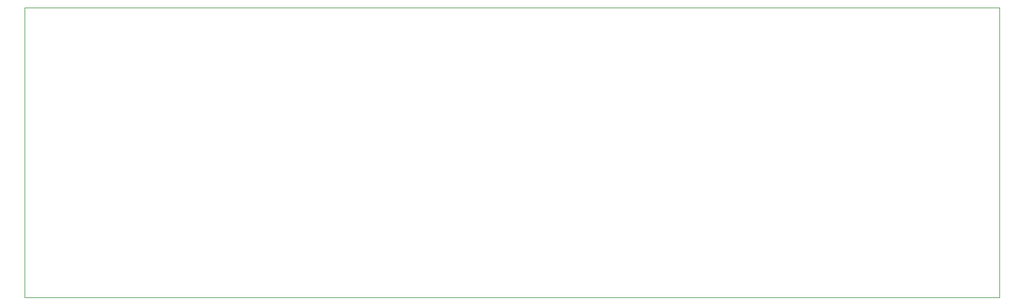
<source format=gbr>
G04 #@! TF.GenerationSoftware,KiCad,Pcbnew,7.0.2-6a45011f42~172~ubuntu22.04.1*
G04 #@! TF.CreationDate,2023-05-11T11:42:15-04:00*
G04 #@! TF.ProjectId,PCB_Design,5043425f-4465-4736-9967-6e2e6b696361,rev?*
G04 #@! TF.SameCoordinates,Original*
G04 #@! TF.FileFunction,Profile,NP*
%FSLAX46Y46*%
G04 Gerber Fmt 4.6, Leading zero omitted, Abs format (unit mm)*
G04 Created by KiCad (PCBNEW 7.0.2-6a45011f42~172~ubuntu22.04.1) date 2023-05-11 11:42:15*
%MOMM*%
%LPD*%
G01*
G04 APERTURE LIST*
G04 #@! TA.AperFunction,Profile*
%ADD10C,0.100000*%
G04 #@! TD*
G04 APERTURE END LIST*
D10*
X69088000Y-64262000D02*
X210058000Y-64262000D01*
X210058000Y-106172000D01*
X69088000Y-106172000D01*
X69088000Y-64262000D01*
M02*

</source>
